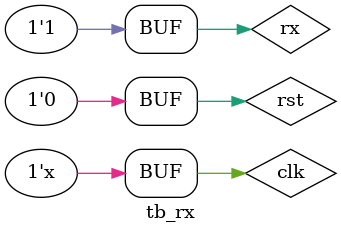
<source format=v>
`timescale 1ns / 1ps

module tb_rx ();
    reg clk;
    reg rst;
    // reg btn;
    // wire tx;

    reg rx;
    wire tx;

    TOP_UART DUT (
        .clk(clk),
        .rst(rst),
        .rx (rx),
        .tx (tx)
    );

    always #5 clk = ~clk;

    initial begin
        clk = 0;
        rst = 1;
        rx  = 1;
        #100 rst = 0;
        rx = 1;
        #100;
        rx = 0;
        #104160;
        rx = 1;
        #104160;
        rx = 0;
        #104160;
        rx = 1;
        #104160;
        rx = 0;
        #104160;
        rx = 1;
        #104160;
        rx = 1;
        #104160;
        rx = 0;
        #104160;
        rx = 0;
        #104160;
        rx = 1;
        #104160;


    end
endmodule


</source>
